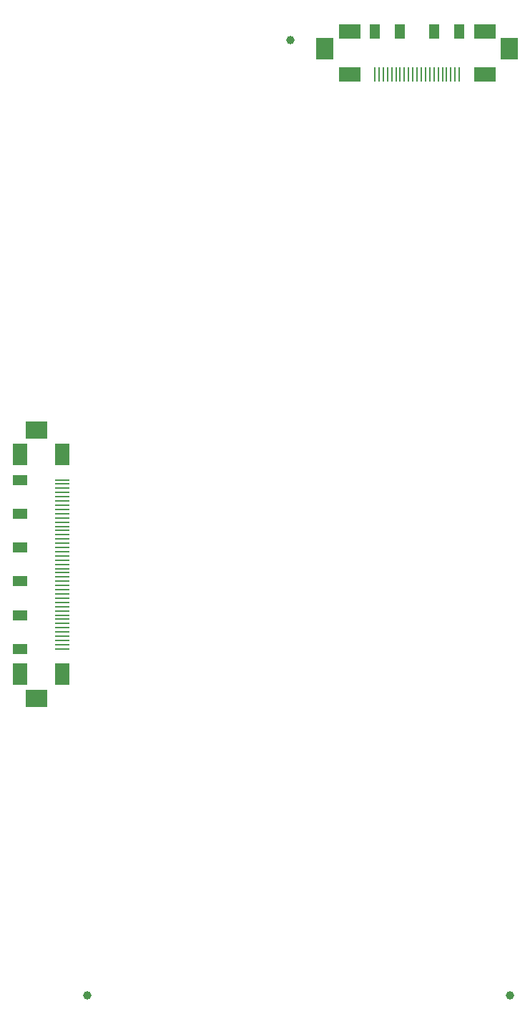
<source format=gtp>
G04 Layer_Color=8421504*
%FSLAX44Y44*%
%MOMM*%
G71*
G01*
G75*
%ADD10R,0.2500X1.7000*%
%ADD11R,2.5000X1.7000*%
%ADD12R,2.0500X2.5000*%
%ADD13R,1.3000X1.7000*%
%ADD14R,1.7000X1.3000*%
%ADD15R,1.7000X0.2500*%
%ADD16R,1.7000X2.5000*%
%ADD17R,2.5000X2.0500*%
%ADD18C,1.0000*%
D10*
X490000Y1139750D02*
D03*
X485000D02*
D03*
X480000D02*
D03*
X475000D02*
D03*
X470000D02*
D03*
X465000D02*
D03*
X460000D02*
D03*
X455000D02*
D03*
X450000D02*
D03*
X445000D02*
D03*
X440000D02*
D03*
X435000D02*
D03*
X430000D02*
D03*
X425000D02*
D03*
X420000D02*
D03*
X415000D02*
D03*
X410000D02*
D03*
X405000D02*
D03*
X400000D02*
D03*
X395000D02*
D03*
X390000D02*
D03*
D11*
X520000D02*
D03*
X360000D02*
D03*
X520000Y1190250D02*
D03*
X360000D02*
D03*
D12*
X549000Y1170500D02*
D03*
X331000D02*
D03*
D13*
X490000Y1190250D02*
D03*
X460000D02*
D03*
X420000D02*
D03*
X390000D02*
D03*
D14*
X-30250Y460000D02*
D03*
Y660000D02*
D03*
Y620000D02*
D03*
Y580000D02*
D03*
Y500000D02*
D03*
Y540000D02*
D03*
D15*
X20000Y460000D02*
D03*
Y465000D02*
D03*
Y470000D02*
D03*
Y475000D02*
D03*
Y480000D02*
D03*
Y485000D02*
D03*
Y490000D02*
D03*
Y495000D02*
D03*
Y500000D02*
D03*
Y505000D02*
D03*
Y510000D02*
D03*
Y515000D02*
D03*
Y520000D02*
D03*
Y525000D02*
D03*
Y530000D02*
D03*
Y535000D02*
D03*
Y540000D02*
D03*
Y545000D02*
D03*
Y550000D02*
D03*
Y555000D02*
D03*
X20250Y560000D02*
D03*
Y565000D02*
D03*
Y570000D02*
D03*
Y575000D02*
D03*
Y580000D02*
D03*
Y585000D02*
D03*
Y590000D02*
D03*
Y595000D02*
D03*
Y600000D02*
D03*
Y605000D02*
D03*
Y610000D02*
D03*
Y615000D02*
D03*
Y620000D02*
D03*
Y625000D02*
D03*
Y630000D02*
D03*
Y635000D02*
D03*
Y640000D02*
D03*
Y645000D02*
D03*
Y650000D02*
D03*
Y655000D02*
D03*
Y660000D02*
D03*
D16*
X-30250Y430000D02*
D03*
Y690000D02*
D03*
X20250Y430000D02*
D03*
Y690000D02*
D03*
D17*
X-10500Y401000D02*
D03*
Y719000D02*
D03*
D18*
X290000Y1180000D02*
D03*
X50000Y50000D02*
D03*
X550000D02*
D03*
M02*

</source>
